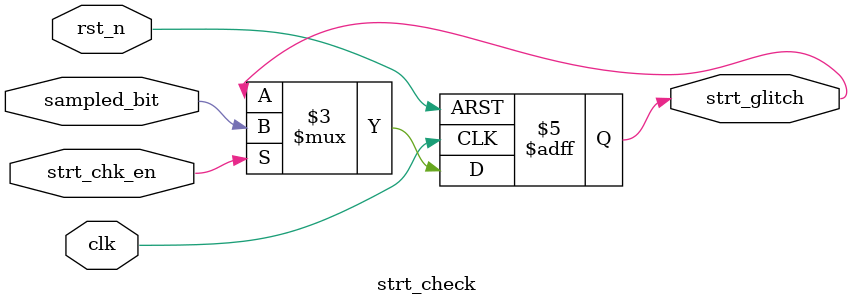
<source format=v>
module strt_check(
    input clk,
    input rst_n,
    input strt_chk_en,
    input sampled_bit,
    output reg strt_glitch
);

    always @(posedge clk or negedge rst_n) begin
        if (!rst_n) begin
            strt_glitch <= 1'b0;
        end
        else if (strt_chk_en) begin
            strt_glitch <= sampled_bit;
        end
    end

endmodule
</source>
